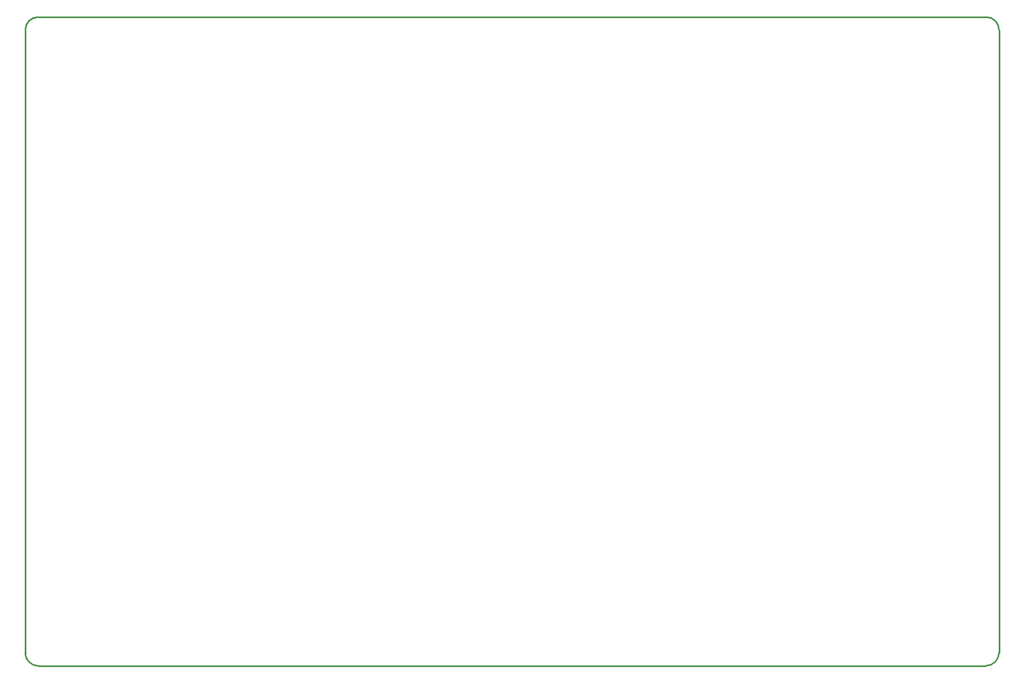
<source format=gko>
G04 Layer_Color=16711935*
%FSLAX25Y25*%
%MOIN*%
G70*
G01*
G75*
%ADD33C,0.01000*%
D33*
X582616Y40D02*
G03*
X590561Y7985I-115J8060D01*
G01*
X590561Y385876D02*
G03*
X582801Y393636I-7872J-112D01*
G01*
X7774Y393610D02*
G03*
X40Y385876I112J-7846D01*
G01*
X-5Y7886D02*
G03*
X7886Y-5I8005J114D01*
G01*
X590561Y8100D02*
Y385764D01*
X7886Y393610D02*
X582688D01*
X7886Y10D02*
X582500D01*
X10Y7787D02*
Y385764D01*
M02*

</source>
